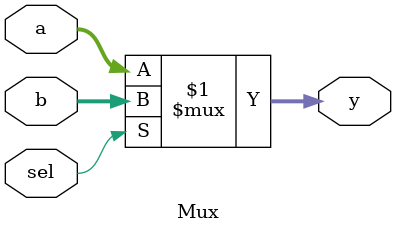
<source format=v>
`timescale 1ns / 1ps


module Mux(
           output wire [31:0] y,
           input wire [31:0] a, b, 
           input wire sel
          );
          
          assign y = sel ? b : a;
          
endmodule

</source>
